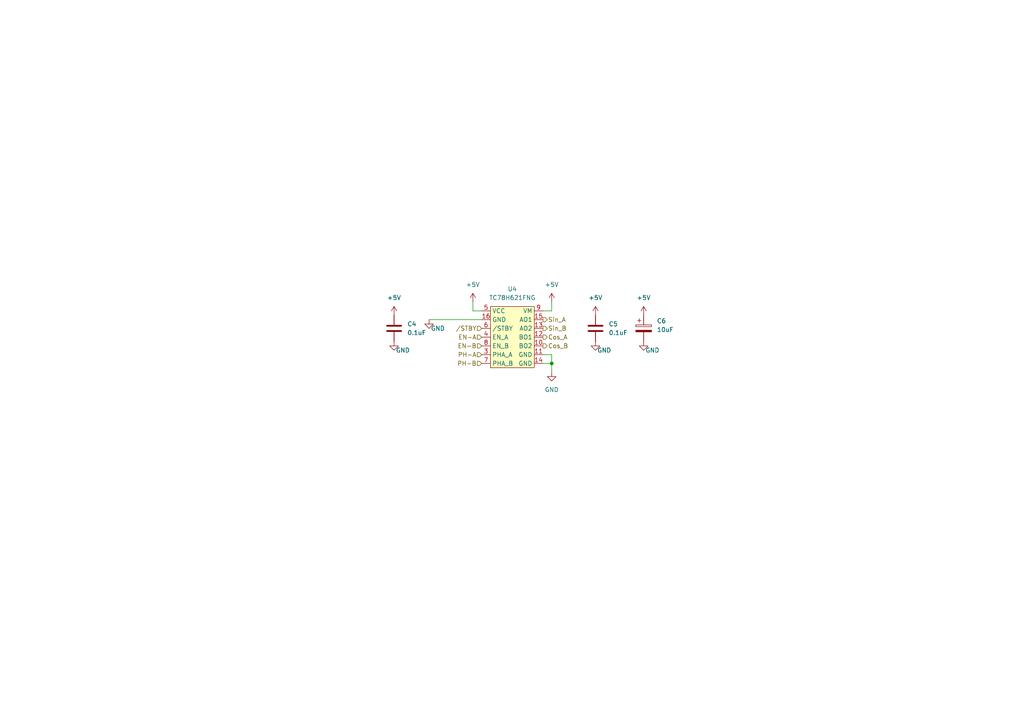
<source format=kicad_sch>
(kicad_sch (version 20231120) (generator "eeschema") (generator_version "8.0")
  (paper "A4")
  (lib_symbols
    (symbol "Device:C" (pin_numbers hide) (pin_names (offset 0.254))
      (property "Reference" "C" (at 0.635 2.54 0))
      (property "Value" "C" (at 0.635 -2.54 0))
      (symbol "C_0_1"
        (polyline (pts (xy -2.032 -0.762) (xy 2.032 -0.762)) (stroke (width 0.508)))
        (polyline (pts (xy -2.032 0.762) (xy 2.032 0.762)) (stroke (width 0.508)))
      )
      (symbol "C_1_1"
        (pin passive line (at 0 3.81 270) (length 2.794) (name "~") (number "1"))
        (pin passive line (at 0 -3.81 90) (length 2.794) (name "~") (number "2"))
      )
    )
    (symbol "Device:C_Polarized" (pin_numbers hide) (pin_names (offset 0.254))
      (property "Reference" "C" (at 0.635 2.54 0))
      (property "Value" "C_Polarized" (at 0.635 -2.54 0))
      (symbol "C_Polarized_0_1"
        (rectangle (start -2.286 0.508) (end 2.286 1.016))
        (polyline (pts (xy -1.778 2.286) (xy -0.762 2.286)))
        (polyline (pts (xy -1.27 2.794) (xy -1.27 1.778)))
        (rectangle (start 2.286 -0.508) (end -2.286 -1.016) (fill (type outline)))
      )
      (symbol "C_Polarized_1_1"
        (pin passive line (at 0 3.81 270) (length 2.794) (name "~") (number "1"))
        (pin passive line (at 0 -3.81 90) (length 2.794) (name "~") (number "2"))
      )
    )
    (symbol "TC78H621_1"
      (property "Reference" "U" (at 0 -1.27 0))
      (property "Value" "TC78H621FNG" (at 0 -21.59 0))
      (symbol "TC78H621_1_1_1"
        (rectangle (start -6.35 -2.54) (end 6.35 -20.32) (fill (type background)))
        (pin output line (at 8.89 -13.97 180) (length 2.54) (name "BO2") (number "10"))
        (pin input line (at 8.89 -16.51 180) (length 2.54) (name "GND") (number "11"))
        (pin output line (at 8.89 -11.43 180) (length 2.54) (name "BO1") (number "12"))
        (pin output line (at 8.89 -8.89 180) (length 2.54) (name "AO2") (number "13"))
        (pin input line (at 8.89 -19.05 180) (length 2.54) (name "GND") (number "14"))
        (pin output line (at 8.89 -6.35 180) (length 2.54) (name "AO1") (number "15"))
        (pin input line (at -8.89 -6.35 0) (length 2.54) (name "GND") (number "16"))
        (pin input line (at -8.89 -16.51 0) (length 2.54) (name "PHA_A") (number "3"))
        (pin input line (at -8.89 -11.43 0) (length 2.54) (name "EN_A") (number "4"))
        (pin input line (at -8.89 -3.81 0) (length 2.54) (name "VCC") (number "5"))
        (pin input line (at -8.89 -8.89 0) (length 2.54) (name "/STBY") (number "6"))
        (pin input line (at -8.89 -19.05 0) (length 2.54) (name "PHA_B") (number "7"))
        (pin input line (at -8.89 -13.97 0) (length 2.54) (name "EN_B") (number "8"))
        (pin input line (at 8.89 -3.81 180) (length 2.54) (name "VM") (number "9"))
      )
    )
    (symbol "power:+5V" (power) (pin_names (offset 0))
      (property "Value" "+5V" (at 0 3.556 0))
      (symbol "+5V_0_1"
        (polyline (pts (xy -0.762 1.27) (xy 0 2.54)))
        (polyline (pts (xy 0 0) (xy 0 2.54)))
        (polyline (pts (xy 0 2.54) (xy 0.762 1.27)))
      )
      (symbol "+5V_1_1"
        (pin power_in line (at 0 0 90) (length 0) hide (name "+5V") (number "1"))
      )
    )
    (symbol "power:GND" (power) (pin_names (offset 0))
      (property "Value" "GND" (at 0 -3.81 0))
      (symbol "GND_0_1"
        (polyline (pts (xy 0 0) (xy 0 -1.27) (xy 1.27 -1.27) (xy 0 -2.54) (xy -1.27 -1.27) (xy 0 -1.27)))
      )
      (symbol "GND_1_1"
        (pin power_in line (at 0 0 270) (length 0) hide (name "GND") (number "1"))
      )
    )
  )
  (junction (at 160.02 105.41))
  (wire (pts (xy 137.16 90.17) (xy 137.16 87.63)))
  (wire (pts (xy 160.02 102.87) (xy 160.02 105.41)))
  (wire (pts (xy 160.02 90.17) (xy 160.02 87.63)))
  (wire (pts (xy 157.48 90.17) (xy 160.02 90.17)))
  (wire (pts (xy 157.48 102.87) (xy 160.02 102.87)))
  (wire (pts (xy 139.7 90.17) (xy 137.16 90.17)))
  (wire (pts (xy 157.48 105.41) (xy 160.02 105.41)))
  (wire (pts (xy 124.46 92.71) (xy 139.7 92.71)))
  (wire (pts (xy 160.02 105.41) (xy 160.02 107.95)))
  (hierarchical_label "Cos_A" (shape output) (at 157.48 97.79 0))
  (hierarchical_label "Cos_B" (shape output) (at 157.48 100.33 0))
  (hierarchical_label "PH-B" (shape input) (at 139.7 105.41 180))
  (hierarchical_label "PH-A" (shape input) (at 139.7 102.87 180))
  (hierarchical_label "EN-A" (shape input) (at 139.7 97.79 180))
  (hierarchical_label "EN-B" (shape input) (at 139.7 100.33 180))
  (hierarchical_label "Sin_A" (shape output) (at 157.48 92.71 0))
  (hierarchical_label "Sin_B" (shape output) (at 157.48 95.25 0))
  (hierarchical_label "{slash}STBY" (shape input) (at 139.7 95.25 180))
  (symbol (lib_id "power:+5V") (at 137.16 87.63 0) (unit 1)
    (property "Reference" "#PWR020" (effects (hide yes)))
    (property "Value" "+5V" (at 137.16 82.55 0))
    (instances (project "Full-Backplane" (path "" (reference "#PWR020") (unit 1)) (path "" (reference "#PWR010") (unit 1)) (path "" (reference "#PWR030") (unit 1)) (path "" (reference "#PWR040") (unit 1)) (path "" (reference "#PWR050") (unit 1))))
  )
  (symbol (lib_id "power:+5V") (at 186.69 91.44 0) (unit 1)
    (property "Reference" "#PWR025" (effects (hide yes)))
    (property "Value" "+5V" (at 186.69 86.36 0))
    (instances (project "Full-Backplane" (path "" (reference "#PWR025") (unit 1)) (path "" (reference "#PWR015") (unit 1)) (path "" (reference "#PWR035") (unit 1)) (path "" (reference "#PWR045") (unit 1)) (path "" (reference "#PWR055") (unit 1))))
  )
  (symbol (lib_id "power:GND") (at 160.02 107.95 0) (unit 1)
    (property "Reference" "#PWR022" (effects (hide yes)))
    (property "Value" "GND" (at 160.02 113.03 0))
    (instances (project "Full-Backplane" (path "" (reference "#PWR022") (unit 1)) (path "" (reference "#PWR012") (unit 1)) (path "" (reference "#PWR032") (unit 1)) (path "" (reference "#PWR042") (unit 1)) (path "" (reference "#PWR052") (unit 1))))
  )
  (symbol (lib_id "Device:C_Polarized") (at 186.69 95.25 0) (unit 1)
    (property "Reference" "C6" (at 190.5 93.091 0) (effects (justify left)))
    (property "Value" "10uF" (at 190.5 95.631 0) (effects (justify left)))
    (property "Footprint" "Capacitor_SMD:CP_Elec_5x5.4" (effects (hide yes)))
    (property "Datasheet" "https://www.farnell.com/datasheets/3486024.pdf" (effects (hide yes)))
    (instances (project "Full-Backplane" (path "" (reference "C6") (unit 1)) (path "" (reference "C3") (unit 1)) (path "" (reference "C9") (unit 1)) (path "" (reference "C12") (unit 1)) (path "" (reference "C15") (unit 1))))
  )
  (symbol (lib_id "power:GND") (at 186.69 99.06 0) (unit 1)
    (property "Reference" "#PWR026" (effects (hide yes)))
    (property "Value" "GND" (at 189.23 101.6 0))
    (instances (project "Full-Backplane" (path "" (reference "#PWR026") (unit 1)) (path "" (reference "#PWR016") (unit 1)) (path "" (reference "#PWR036") (unit 1)) (path "" (reference "#PWR046") (unit 1)) (path "" (reference "#PWR056") (unit 1))))
  )
  (symbol (lib_id "power:GND") (at 124.46 92.71 0) (unit 1)
    (property "Reference" "#PWR019" (effects (hide yes)))
    (property "Value" "GND" (at 127 95.25 0))
    (instances (project "Full-Backplane" (path "" (reference "#PWR019") (unit 1)) (path "" (reference "#PWR09") (unit 1)) (path "" (reference "#PWR029") (unit 1)) (path "" (reference "#PWR039") (unit 1)) (path "" (reference "#PWR049") (unit 1))))
  )
  (symbol (lib_id "power:+5V") (at 172.72 91.44 0) (unit 1)
    (property "Reference" "#PWR023" (effects (hide yes)))
    (property "Value" "+5V" (at 172.72 86.36 0))
    (instances (project "Full-Backplane" (path "" (reference "#PWR023") (unit 1)) (path "" (reference "#PWR013") (unit 1)) (path "" (reference "#PWR033") (unit 1)) (path "" (reference "#PWR043") (unit 1)) (path "" (reference "#PWR053") (unit 1))))
  )
  (symbol (lib_id "Device:C") (at 114.3 95.25 0) (unit 1)
    (property "Reference" "C4" (at 118.11 93.98 0) (effects (justify left)))
    (property "Value" "0.1uF" (at 118.11 96.52 0) (effects (justify left)))
    (property "Footprint" "Capacitor_SMD:C_0805_2012Metric" (effects (hide yes)))
    (property "Datasheet" "https://4donline.ihs.com/images/VipMasterIC/IC/KEME/KEME-S-A0011435141/KEME-S-A0011435141-1.pdf?hkey=6D3A4C79FDBF58556ACFDE234799DDF0" (effects (hide yes)))
    (instances (project "Full-Backplane" (path "" (reference "C4") (unit 1)) (path "" (reference "C1") (unit 1)) (path "" (reference "C7") (unit 1)) (path "" (reference "C10") (unit 1)) (path "" (reference "C13") (unit 1))))
  )
  (symbol (lib_id "power:GND") (at 114.3 99.06 0) (unit 1)
    (property "Reference" "#PWR018" (effects (hide yes)))
    (property "Value" "GND" (at 116.84 101.6 0))
    (instances (project "Full-Backplane" (path "" (reference "#PWR018") (unit 1)) (path "" (reference "#PWR08") (unit 1)) (path "" (reference "#PWR028") (unit 1)) (path "" (reference "#PWR038") (unit 1)) (path "" (reference "#PWR048") (unit 1))))
  )
  (symbol (lib_id "power:+5V") (at 114.3 91.44 0) (unit 1)
    (property "Reference" "#PWR017" (effects (hide yes)))
    (property "Value" "+5V" (at 114.3 86.36 0))
    (instances (project "Full-Backplane" (path "" (reference "#PWR017") (unit 1)) (path "" (reference "#PWR07") (unit 1)) (path "" (reference "#PWR027") (unit 1)) (path "" (reference "#PWR037") (unit 1)) (path "" (reference "#PWR047") (unit 1))))
  )
  (symbol (lib_id "power:+5V") (at 160.02 87.63 0) (unit 1)
    (property "Reference" "#PWR021" (effects (hide yes)))
    (property "Value" "+5V" (at 160.02 82.55 0))
    (instances (project "Full-Backplane" (path "" (reference "#PWR021") (unit 1)) (path "" (reference "#PWR011") (unit 1)) (path "" (reference "#PWR031") (unit 1)) (path "" (reference "#PWR041") (unit 1)) (path "" (reference "#PWR051") (unit 1))))
  )
  (symbol (lib_id "power:GND") (at 172.72 99.06 0) (unit 1)
    (property "Reference" "#PWR024" (effects (hide yes)))
    (property "Value" "GND" (at 175.26 101.6 0))
    (instances (project "Full-Backplane" (path "" (reference "#PWR024") (unit 1)) (path "" (reference "#PWR014") (unit 1)) (path "" (reference "#PWR034") (unit 1)) (path "" (reference "#PWR044") (unit 1)) (path "" (reference "#PWR054") (unit 1))))
  )
  (symbol (lib_id "Device:C") (at 172.72 95.25 0) (unit 1)
    (property "Reference" "C5" (at 176.53 93.98 0) (effects (justify left)))
    (property "Value" "0.1uF" (at 176.53 96.52 0) (effects (justify left)))
    (property "Footprint" "Capacitor_SMD:C_0805_2012Metric" (effects (hide yes)))
    (property "Datasheet" "https://4donline.ihs.com/images/VipMasterIC/IC/KEME/KEME-S-A0011435141/KEME-S-A0011435141-1.pdf?hkey=6D3A4C79FDBF58556ACFDE234799DDF0" (effects (hide yes)))
    (instances (project "Full-Backplane" (path "" (reference "C5") (unit 1)) (path "" (reference "C2") (unit 1)) (path "" (reference "C8") (unit 1)) (path "" (reference "C11") (unit 1)) (path "" (reference "C14") (unit 1))))
  )
  (symbol (lib_name "TC78H621_1") (lib_id "Driver_Motor:TC78H621") (at 148.59 86.36 0) (unit 1)
    (property "Reference" "U4" (at 148.59 83.82 0))
    (property "Value" "TC78H621FNG" (at 148.59 86.36 0))
    (property "Footprint" "Package_SO:TSSOP-16_4.4x5mm_P0.65mm" (effects (hide yes)))
    (property "Datasheet" "https://www.farnell.com/datasheets/3621005.pdf" (effects (hide yes)))
    (instances (project "Full-Backplane" (path "" (reference "U4") (unit 1)) (path "" (reference "U3") (unit 1)) (path "" (reference "U5") (unit 1)) (path "" (reference "U6") (unit 1)) (path "" (reference "U7") (unit 1))))
  )
)
</source>
